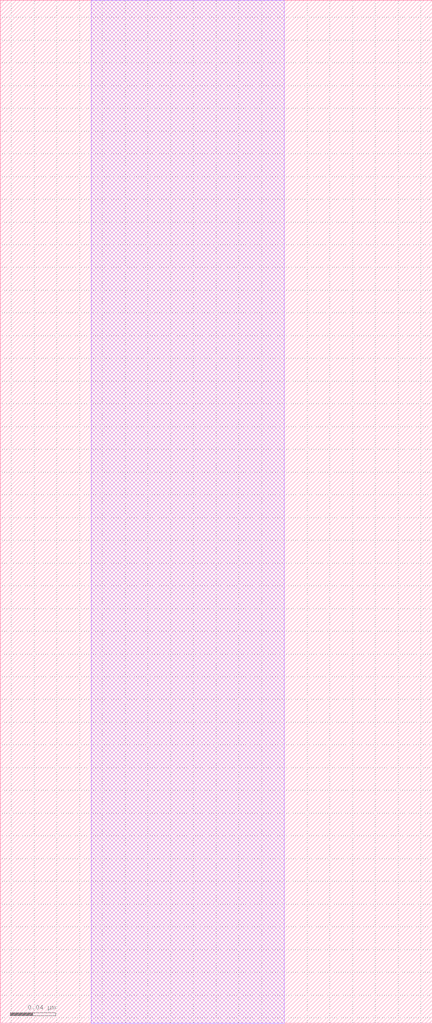
<source format=lef>
# Copyright 2020 The SkyWater PDK Authors
#
# Licensed under the Apache License, Version 2.0 (the "License");
# you may not use this file except in compliance with the License.
# You may obtain a copy of the License at
#
#     https://www.apache.org/licenses/LICENSE-2.0
#
# Unless required by applicable law or agreed to in writing, software
# distributed under the License is distributed on an "AS IS" BASIS,
# WITHOUT WARRANTIES OR CONDITIONS OF ANY KIND, either express or implied.
# See the License for the specific language governing permissions and
# limitations under the License.
#
# SPDX-License-Identifier: Apache-2.0

VERSION 5.7 ;
  NOWIREEXTENSIONATPIN ON ;
  DIVIDERCHAR "/" ;
  BUSBITCHARS "[]" ;
MACRO sky130_fd_bd_sram__sram_dp_blkinv_plic1
  CLASS BLOCK ;
  FOREIGN sky130_fd_bd_sram__sram_dp_blkinv_plic1 ;
  ORIGIN -0.010000 -0.075000 ;
  SIZE  0.380000 BY  0.900000 ;
  OBS
    LAYER li1 ;
      RECT 0.090000 0.075000 0.260000 0.975000 ;
  END
END sky130_fd_bd_sram__sram_dp_blkinv_plic1
END LIBRARY

</source>
